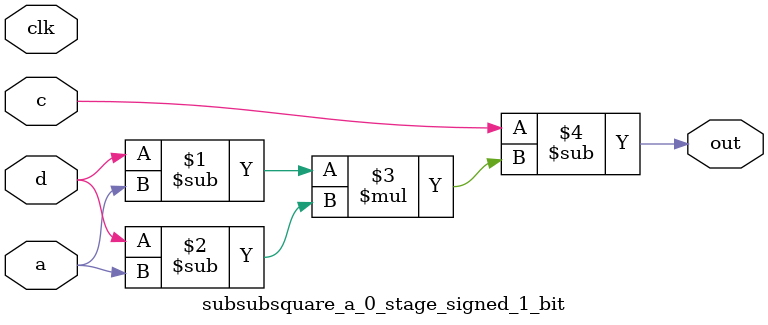
<source format=sv>
(* use_dsp = "yes" *) module subsubsquare_a_0_stage_signed_1_bit(
	input signed [0:0] a,
	input signed [0:0] c,
	input signed [0:0] d,
	output [0:0] out,
	input clk);

	assign out = c - ((d - a) * (d - a));
endmodule

</source>
